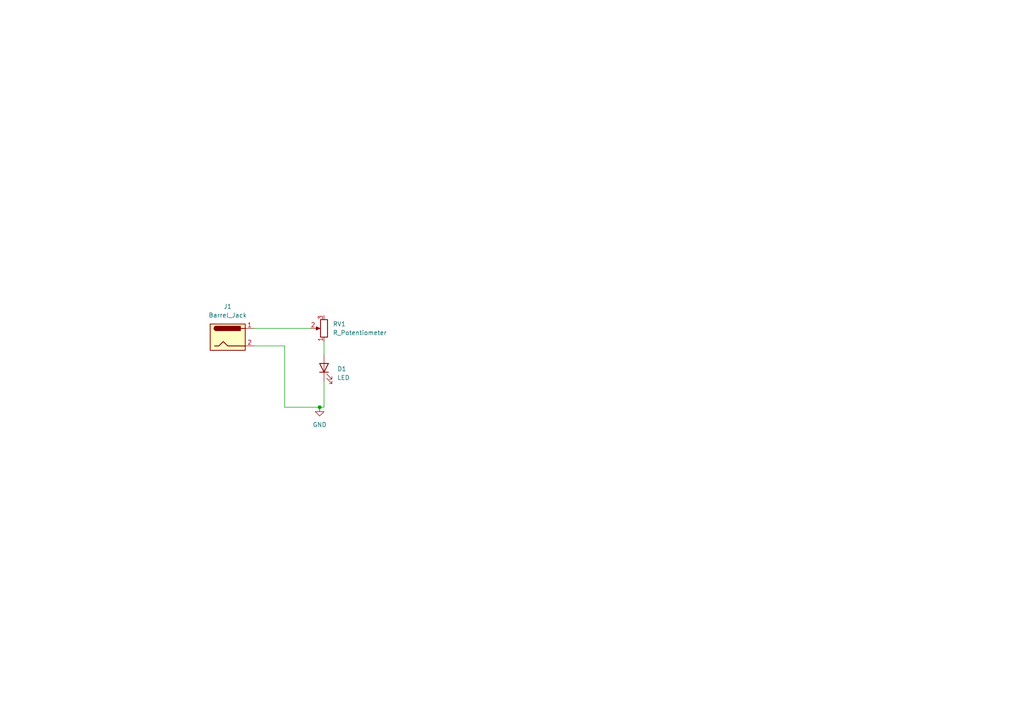
<source format=kicad_sch>
(kicad_sch (version 20211123) (generator eeschema)
  (paper "A4")
  (lib_symbols
    (symbol "Connector:Barrel_Jack" (pin_names (offset 1.016))
      (property "Reference" "J" (at 0 5.334 0))
      (property "Value" "Barrel_Jack" (at 0 -5.08 0))
      (symbol "Barrel_Jack_0_1"
        (rectangle (start -5.08 3.81) (end 5.08 -3.81) (stroke (width 0.254)) (fill (type background)))
        (arc (start -3.302 3.175) (mid -3.937 2.54) (end -3.302 1.905) (stroke (width 0.254)))
        (arc (start -3.302 3.175) (mid -3.937 2.54) (end -3.302 1.905) (stroke (width 0.254)) (fill (type outline)))
        (polyline (pts (xy 5.08 2.54) (xy 3.81 2.54)) (stroke (width 0.254)))
        (polyline (pts (xy -3.81 -2.54) (xy -2.54 -2.54) (xy -1.27 -1.27) (xy 0 -2.54) (xy 2.54 -2.54) (xy 5.08 -2.54)) (stroke (width 0.254)))
        (rectangle (start 3.683 3.175) (end -3.302 1.905) (stroke (width 0.254)) (fill (type outline)))
      )
      (symbol "Barrel_Jack_1_1"
        (pin passive line (at 7.62 2.54 180) (length 2.54) (name "~") (number "1"))
        (pin passive line (at 7.62 -2.54 180) (length 2.54) (name "~") (number "2"))
      )
    )
    (symbol "Device:LED" (pin_numbers hide) (pin_names (offset 1.016) hide)
      (property "Reference" "D" (at 0 2.54 0))
      (property "Value" "LED" (at 0 -2.54 0))
      (symbol "LED_0_1"
        (polyline (pts (xy -1.27 -1.27) (xy -1.27 1.27)) (stroke (width 0.254)))
        (polyline (pts (xy -1.27 0) (xy 1.27 0)))
        (polyline (pts (xy 1.27 -1.27) (xy 1.27 1.27) (xy -1.27 0) (xy 1.27 -1.27)) (stroke (width 0.254)))
        (polyline (pts (xy -3.048 -0.762) (xy -4.572 -2.286) (xy -3.81 -2.286) (xy -4.572 -2.286) (xy -4.572 -1.524)))
        (polyline (pts (xy -1.778 -0.762) (xy -3.302 -2.286) (xy -2.54 -2.286) (xy -3.302 -2.286) (xy -3.302 -1.524)))
      )
      (symbol "LED_1_1"
        (pin passive line (at -3.81 0 0) (length 2.54) (name "K") (number "1"))
        (pin passive line (at 3.81 0 180) (length 2.54) (name "A") (number "2"))
      )
    )
    (symbol "Device:R_Potentiometer" (pin_names (offset 1.016) hide)
      (property "Reference" "RV" (at -4.445 0 90))
      (property "Value" "R_Potentiometer" (at -2.54 0 90))
      (symbol "R_Potentiometer_0_1"
        (polyline (pts (xy 2.54 0) (xy 1.524 0)))
        (polyline (pts (xy 1.143 0) (xy 2.286 0.508) (xy 2.286 -0.508) (xy 1.143 0)) (fill (type outline)))
        (rectangle (start 1.016 2.54) (end -1.016 -2.54) (stroke (width 0.254)))
      )
      (symbol "R_Potentiometer_1_1"
        (pin passive line (at 0 3.81 270) (length 1.27) (name "1") (number "1"))
        (pin passive line (at 3.81 0 180) (length 1.27) (name "2") (number "2"))
        (pin passive line (at 0 -3.81 90) (length 1.27) (name "3") (number "3"))
      )
    )
    (symbol "power:GND" (power) (pin_names (offset 0))
      (property "Value" "GND" (at 0 -3.81 0))
      (symbol "GND_0_1"
        (polyline (pts (xy 0 0) (xy 0 -1.27) (xy 1.27 -1.27) (xy 0 -2.54) (xy -1.27 -1.27) (xy 0 -1.27)))
      )
      (symbol "GND_1_1"
        (pin power_in line (at 0 0 270) (length 0) hide (name "GND") (number "1"))
      )
    )
  )
  (junction (at 92.71 118.11))
  (wire (pts (xy 73.66 95.25) (xy 90.17 95.25)))
  (wire (pts (xy 93.98 118.11) (xy 92.71 118.11)))
  (wire (pts (xy 73.66 100.33) (xy 82.55 100.33)))
  (wire (pts (xy 82.55 100.33) (xy 82.55 118.11)))
  (wire (pts (xy 93.98 99.06) (xy 93.98 102.87)))
  (wire (pts (xy 82.55 118.11) (xy 92.71 118.11)))
  (wire (pts (xy 93.98 110.49) (xy 93.98 118.11)))
  (symbol (lib_id "Connector:Barrel_Jack") (at 66.04 97.79 0) (unit 1)
    (property "Reference" "J1" (at 66.04 88.9 0))
    (property "Value" "Barrel_Jack" (at 66.04 91.44 0))
    (property "Footprint" "Connector_BarrelJack:BarrelJack_Horizontal" (effects hide))
  )
  (symbol (lib_id "Device:LED") (at 93.98 106.68 90) (unit 1)
    (property "Reference" "D1" (at 97.79 106.9974 90) (effects (justify right)))
    (property "Value" "LED" (at 97.79 109.5374 90) (effects (justify right)))
    (property "Footprint" "LED_THT:LED_D1.8mm_W1.8mm_H2.4mm_Horizontal_O1.27mm_Z1.6mm" (effects hide))
  )
  (symbol (lib_id "Device:R_Potentiometer") (at 93.98 95.25 180) (unit 1)
    (property "Reference" "RV1" (at 96.52 93.9799 0) (effects (justify right)))
    (property "Value" "R_Potentiometer" (at 96.52 96.5199 0) (effects (justify right)))
    (property "Footprint" "Potentiometer_THT:Potentiometer_ACP_CA6-H2,5_Horizontal" (effects hide))
  )
  (symbol (lib_id "power:GND") (at 92.71 118.11 0) (unit 1)
    (property "Reference" "#PWR01" (effects hide))
    (property "Value" "GND" (at 92.71 123.19 0))
  )
)
</source>
